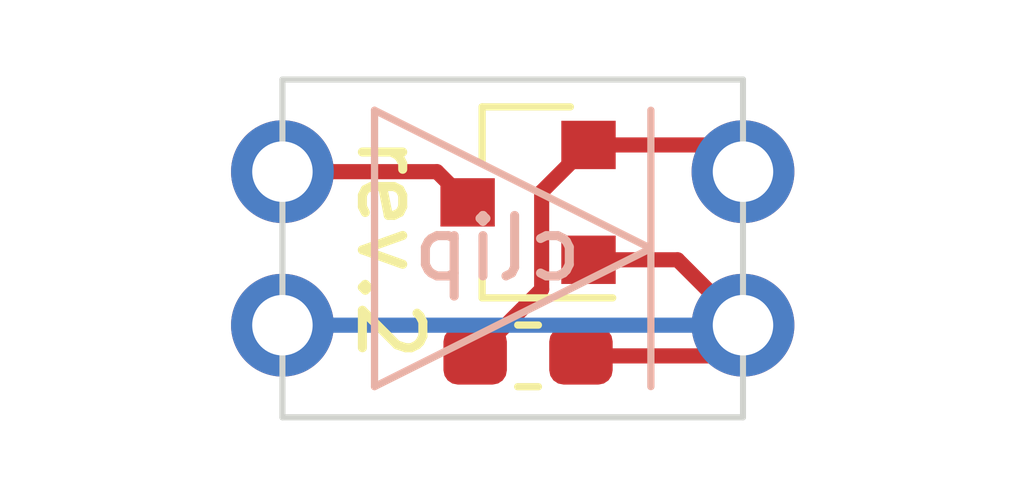
<source format=kicad_pcb>
(kicad_pcb (version 20171130) (host pcbnew 5.1.6)

  (general
    (thickness 1.6)
    (drawings 10)
    (tracks 12)
    (zones 0)
    (modules 6)
    (nets 4)
  )

  (page A4)
  (layers
    (0 F.Cu signal)
    (31 B.Cu signal)
    (32 B.Adhes user)
    (33 F.Adhes user)
    (34 B.Paste user)
    (35 F.Paste user)
    (36 B.SilkS user)
    (37 F.SilkS user)
    (38 B.Mask user)
    (39 F.Mask user)
    (40 Dwgs.User user)
    (41 Cmts.User user)
    (42 Eco1.User user)
    (43 Eco2.User user)
    (44 Edge.Cuts user)
    (45 Margin user)
    (46 B.CrtYd user)
    (47 F.CrtYd user)
    (48 B.Fab user)
    (49 F.Fab user)
  )

  (setup
    (last_trace_width 0.25)
    (trace_clearance 0.2)
    (zone_clearance 0.508)
    (zone_45_only no)
    (trace_min 0.2)
    (via_size 0.8)
    (via_drill 0.4)
    (via_min_size 0.4)
    (via_min_drill 0.3)
    (uvia_size 0.3)
    (uvia_drill 0.1)
    (uvias_allowed no)
    (uvia_min_size 0.2)
    (uvia_min_drill 0.1)
    (edge_width 0.05)
    (segment_width 0.2)
    (pcb_text_width 0.3)
    (pcb_text_size 1.5 1.5)
    (mod_edge_width 0.12)
    (mod_text_size 1 1)
    (mod_text_width 0.15)
    (pad_size 1.524 1.524)
    (pad_drill 0.762)
    (pad_to_mask_clearance 0.05)
    (aux_axis_origin 0 0)
    (visible_elements FFFFFF7F)
    (pcbplotparams
      (layerselection 0x010fc_ffffffff)
      (usegerberextensions false)
      (usegerberattributes true)
      (usegerberadvancedattributes true)
      (creategerberjobfile true)
      (excludeedgelayer true)
      (linewidth 0.100000)
      (plotframeref false)
      (viasonmask false)
      (mode 1)
      (useauxorigin false)
      (hpglpennumber 1)
      (hpglpenspeed 20)
      (hpglpendiameter 15.000000)
      (psnegative false)
      (psa4output false)
      (plotreference true)
      (plotvalue true)
      (plotinvisibletext false)
      (padsonsilk false)
      (subtractmaskfromsilk false)
      (outputformat 1)
      (mirror false)
      (drillshape 1)
      (scaleselection 1)
      (outputdirectory ""))
  )

  (net 0 "")
  (net 1 Anode)
  (net 2 GND)
  (net 3 Cathode)

  (net_class Default "This is the default net class."
    (clearance 0.2)
    (trace_width 0.25)
    (via_dia 0.8)
    (via_drill 0.4)
    (uvia_dia 0.3)
    (uvia_drill 0.1)
    (add_net Anode)
    (add_net Cathode)
    (add_net GND)
  )

  (module Resistor_SMD:R_0603_1608Metric_Pad1.05x0.95mm_HandSolder (layer F.Cu) (tedit 5B301BBD) (tstamp 6020DA5E)
    (at 153.924 98.044)
    (descr "Resistor SMD 0603 (1608 Metric), square (rectangular) end terminal, IPC_7351 nominal with elongated pad for handsoldering. (Body size source: http://www.tortai-tech.com/upload/download/2011102023233369053.pdf), generated with kicad-footprint-generator")
    (tags "resistor handsolder")
    (path /6020E6D0)
    (attr smd)
    (fp_text reference R1 (at 0 -1.43) (layer F.SilkS) hide
      (effects (font (size 1 1) (thickness 0.15)))
    )
    (fp_text value 470k (at 0 1.43) (layer F.Fab)
      (effects (font (size 1 1) (thickness 0.15)))
    )
    (fp_text user %R (at 0 0) (layer F.Fab)
      (effects (font (size 0.4 0.4) (thickness 0.06)))
    )
    (fp_line (start -0.8 0.4) (end -0.8 -0.4) (layer F.Fab) (width 0.1))
    (fp_line (start -0.8 -0.4) (end 0.8 -0.4) (layer F.Fab) (width 0.1))
    (fp_line (start 0.8 -0.4) (end 0.8 0.4) (layer F.Fab) (width 0.1))
    (fp_line (start 0.8 0.4) (end -0.8 0.4) (layer F.Fab) (width 0.1))
    (fp_line (start -0.171267 -0.51) (end 0.171267 -0.51) (layer F.SilkS) (width 0.12))
    (fp_line (start -0.171267 0.51) (end 0.171267 0.51) (layer F.SilkS) (width 0.12))
    (fp_line (start -1.65 0.73) (end -1.65 -0.73) (layer F.CrtYd) (width 0.05))
    (fp_line (start -1.65 -0.73) (end 1.65 -0.73) (layer F.CrtYd) (width 0.05))
    (fp_line (start 1.65 -0.73) (end 1.65 0.73) (layer F.CrtYd) (width 0.05))
    (fp_line (start 1.65 0.73) (end -1.65 0.73) (layer F.CrtYd) (width 0.05))
    (pad 2 smd roundrect (at 0.875 0) (size 1.05 0.95) (layers F.Cu F.Paste F.Mask) (roundrect_rratio 0.25)
      (net 2 GND))
    (pad 1 smd roundrect (at -0.875 0) (size 1.05 0.95) (layers F.Cu F.Paste F.Mask) (roundrect_rratio 0.25)
      (net 3 Cathode))
    (model ${KISYS3DMOD}/Resistor_SMD.3dshapes/R_0603_1608Metric.wrl
      (at (xyz 0 0 0))
      (scale (xyz 1 1 1))
      (rotate (xyz 0 0 0))
    )
  )

  (module Package_TO_SOT_SMD:SOT-23 (layer F.Cu) (tedit 5A02FF57) (tstamp 6020DA4D)
    (at 153.924 95.504 180)
    (descr "SOT-23, Standard")
    (tags SOT-23)
    (path /6020D821)
    (attr smd)
    (fp_text reference Q1 (at 0 -2.5) (layer F.SilkS) hide
      (effects (font (size 1 1) (thickness 0.15)))
    )
    (fp_text value BSS84 (at 0 2.5) (layer F.Fab)
      (effects (font (size 1 1) (thickness 0.15)))
    )
    (fp_text user %R (at 0 0 90) (layer F.Fab)
      (effects (font (size 0.5 0.5) (thickness 0.075)))
    )
    (fp_line (start -0.7 -0.95) (end -0.7 1.5) (layer F.Fab) (width 0.1))
    (fp_line (start -0.15 -1.52) (end 0.7 -1.52) (layer F.Fab) (width 0.1))
    (fp_line (start -0.7 -0.95) (end -0.15 -1.52) (layer F.Fab) (width 0.1))
    (fp_line (start 0.7 -1.52) (end 0.7 1.52) (layer F.Fab) (width 0.1))
    (fp_line (start -0.7 1.52) (end 0.7 1.52) (layer F.Fab) (width 0.1))
    (fp_line (start 0.76 1.58) (end 0.76 0.65) (layer F.SilkS) (width 0.12))
    (fp_line (start 0.76 -1.58) (end 0.76 -0.65) (layer F.SilkS) (width 0.12))
    (fp_line (start -1.7 -1.75) (end 1.7 -1.75) (layer F.CrtYd) (width 0.05))
    (fp_line (start 1.7 -1.75) (end 1.7 1.75) (layer F.CrtYd) (width 0.05))
    (fp_line (start 1.7 1.75) (end -1.7 1.75) (layer F.CrtYd) (width 0.05))
    (fp_line (start -1.7 1.75) (end -1.7 -1.75) (layer F.CrtYd) (width 0.05))
    (fp_line (start 0.76 -1.58) (end -1.4 -1.58) (layer F.SilkS) (width 0.12))
    (fp_line (start 0.76 1.58) (end -0.7 1.58) (layer F.SilkS) (width 0.12))
    (pad 3 smd rect (at 1 0 180) (size 0.9 0.8) (layers F.Cu F.Paste F.Mask)
      (net 1 Anode))
    (pad 2 smd rect (at -1 0.95 180) (size 0.9 0.8) (layers F.Cu F.Paste F.Mask)
      (net 3 Cathode))
    (pad 1 smd rect (at -1 -0.95 180) (size 0.9 0.8) (layers F.Cu F.Paste F.Mask)
      (net 2 GND))
    (model ${KISYS3DMOD}/Package_TO_SOT_SMD.3dshapes/SOT-23.wrl
      (at (xyz 0 0 0))
      (scale (xyz 1 1 1))
      (rotate (xyz 0 0 0))
    )
  )

  (module Castellation:Edge_Castellation_1x01_P2.54 (layer F.Cu) (tedit 5FF28C86) (tstamp 6020DA38)
    (at 149.86 97.536)
    (descr "Edge Castellation, 1x03, 2.54mm pitch, single row")
    (tags "Castellation Edge 1x03 2.54mm single row")
    (path /602136FB)
    (fp_text reference J4 (at 0 -2.54) (layer F.SilkS) hide
      (effects (font (size 1 1) (thickness 0.15)))
    )
    (fp_text value Conn_01x01 (at 0 2.032) (layer F.Fab)
      (effects (font (size 1 1) (thickness 0.15)))
    )
    (fp_line (start -1.27 -1.27) (end 0.635 -1.27) (layer F.Fab) (width 0.1))
    (fp_line (start 0.635 -1.27) (end 1.27 -0.635) (layer F.Fab) (width 0.1))
    (fp_line (start 1.27 -0.635) (end 1.27 1.27) (layer F.Fab) (width 0.1))
    (fp_line (start 1.27 1.27) (end -1.27 1.27) (layer F.Fab) (width 0.1))
    (fp_line (start -1.27 1.27) (end -1.27 -1.27) (layer F.Fab) (width 0.1))
    (pad 1 thru_hole oval (at 0 0) (size 1.7 1.7) (drill 1) (layers *.Cu *.Mask)
      (net 2 GND))
  )

  (module Castellation:Edge_Castellation_1x01_P2.54 (layer F.Cu) (tedit 5FF28C86) (tstamp 6020DA2E)
    (at 157.48 94.996)
    (descr "Edge Castellation, 1x03, 2.54mm pitch, single row")
    (tags "Castellation Edge 1x03 2.54mm single row")
    (path /602131E2)
    (fp_text reference J3 (at 0 -2.54) (layer F.SilkS) hide
      (effects (font (size 1 1) (thickness 0.15)))
    )
    (fp_text value Conn_01x01 (at 0 2.032) (layer F.Fab)
      (effects (font (size 1 1) (thickness 0.15)))
    )
    (fp_line (start -1.27 -1.27) (end 0.635 -1.27) (layer F.Fab) (width 0.1))
    (fp_line (start 0.635 -1.27) (end 1.27 -0.635) (layer F.Fab) (width 0.1))
    (fp_line (start 1.27 -0.635) (end 1.27 1.27) (layer F.Fab) (width 0.1))
    (fp_line (start 1.27 1.27) (end -1.27 1.27) (layer F.Fab) (width 0.1))
    (fp_line (start -1.27 1.27) (end -1.27 -1.27) (layer F.Fab) (width 0.1))
    (pad 1 thru_hole oval (at 0 0) (size 1.7 1.7) (drill 1) (layers *.Cu *.Mask)
      (net 3 Cathode))
  )

  (module Castellation:Edge_Castellation_1x01_P2.54 (layer F.Cu) (tedit 5FF28C86) (tstamp 6020DA24)
    (at 157.48 97.536)
    (descr "Edge Castellation, 1x03, 2.54mm pitch, single row")
    (tags "Castellation Edge 1x03 2.54mm single row")
    (path /602124CD)
    (fp_text reference J2 (at 0 -2.54) (layer F.SilkS) hide
      (effects (font (size 1 1) (thickness 0.15)))
    )
    (fp_text value Conn_01x01 (at 0 2.032) (layer F.Fab)
      (effects (font (size 1 1) (thickness 0.15)))
    )
    (fp_line (start -1.27 -1.27) (end 0.635 -1.27) (layer F.Fab) (width 0.1))
    (fp_line (start 0.635 -1.27) (end 1.27 -0.635) (layer F.Fab) (width 0.1))
    (fp_line (start 1.27 -0.635) (end 1.27 1.27) (layer F.Fab) (width 0.1))
    (fp_line (start 1.27 1.27) (end -1.27 1.27) (layer F.Fab) (width 0.1))
    (fp_line (start -1.27 1.27) (end -1.27 -1.27) (layer F.Fab) (width 0.1))
    (pad 1 thru_hole oval (at 0 0) (size 1.7 1.7) (drill 1) (layers *.Cu *.Mask)
      (net 2 GND))
  )

  (module Castellation:Edge_Castellation_1x01_P2.54 (layer F.Cu) (tedit 5FF28C86) (tstamp 6020DA1A)
    (at 149.86 94.996)
    (descr "Edge Castellation, 1x03, 2.54mm pitch, single row")
    (tags "Castellation Edge 1x03 2.54mm single row")
    (path /60210EF1)
    (fp_text reference J1 (at 0 -2.54) (layer F.SilkS) hide
      (effects (font (size 1 1) (thickness 0.15)))
    )
    (fp_text value Conn_01x01 (at 0 2.032) (layer F.Fab)
      (effects (font (size 1 1) (thickness 0.15)))
    )
    (fp_line (start -1.27 -1.27) (end 0.635 -1.27) (layer F.Fab) (width 0.1))
    (fp_line (start 0.635 -1.27) (end 1.27 -0.635) (layer F.Fab) (width 0.1))
    (fp_line (start 1.27 -0.635) (end 1.27 1.27) (layer F.Fab) (width 0.1))
    (fp_line (start 1.27 1.27) (end -1.27 1.27) (layer F.Fab) (width 0.1))
    (fp_line (start -1.27 1.27) (end -1.27 -1.27) (layer F.Fab) (width 0.1))
    (pad 1 thru_hole oval (at 0 0) (size 1.7 1.7) (drill 1) (layers *.Cu *.Mask)
      (net 1 Anode))
  )

  (gr_text "rev.2\n" (at 151.638 96.266 270) (layer F.SilkS)
    (effects (font (size 1 1) (thickness 0.15)))
  )
  (gr_text clip (at 153.416 96.266) (layer B.SilkS)
    (effects (font (size 1 1) (thickness 0.15)) (justify mirror))
  )
  (gr_line (start 155.956 93.98) (end 155.956 98.552) (layer B.SilkS) (width 0.12))
  (gr_line (start 151.384 98.552) (end 155.956 96.266) (layer B.SilkS) (width 0.12) (tstamp 602153D9))
  (gr_line (start 155.956 96.266) (end 151.384 93.98) (layer B.SilkS) (width 0.12) (tstamp 602153D8))
  (gr_line (start 151.384 93.98) (end 151.384 98.552) (layer B.SilkS) (width 0.12))
  (gr_line (start 157.48 93.472) (end 157.48 99.06) (layer Edge.Cuts) (width 0.1))
  (gr_line (start 149.86 93.472) (end 157.48 93.472) (layer Edge.Cuts) (width 0.1))
  (gr_line (start 149.86 99.06) (end 149.86 93.472) (layer Edge.Cuts) (width 0.1))
  (gr_line (start 157.48 99.06) (end 149.86 99.06) (layer Edge.Cuts) (width 0.1))

  (segment (start 152.416 94.996) (end 152.924 95.504) (width 0.25) (layer F.Cu) (net 1))
  (segment (start 149.86 94.996) (end 152.416 94.996) (width 0.25) (layer F.Cu) (net 1))
  (segment (start 156.398 96.454) (end 157.48 97.536) (width 0.25) (layer F.Cu) (net 2))
  (segment (start 154.924 96.454) (end 156.398 96.454) (width 0.25) (layer F.Cu) (net 2))
  (segment (start 156.972 98.044) (end 157.48 97.536) (width 0.25) (layer F.Cu) (net 2))
  (segment (start 154.799 98.044) (end 156.972 98.044) (width 0.25) (layer F.Cu) (net 2))
  (segment (start 149.86 97.536) (end 157.48 97.536) (width 0.25) (layer B.Cu) (net 2))
  (segment (start 157.038 94.554) (end 157.48 94.996) (width 0.25) (layer F.Cu) (net 3))
  (segment (start 154.924 94.554) (end 157.038 94.554) (width 0.25) (layer F.Cu) (net 3))
  (segment (start 154.148999 96.944001) (end 153.049 98.044) (width 0.25) (layer F.Cu) (net 3))
  (segment (start 154.148999 95.329001) (end 154.148999 96.944001) (width 0.25) (layer F.Cu) (net 3))
  (segment (start 154.924 94.554) (end 154.148999 95.329001) (width 0.25) (layer F.Cu) (net 3))

)

</source>
